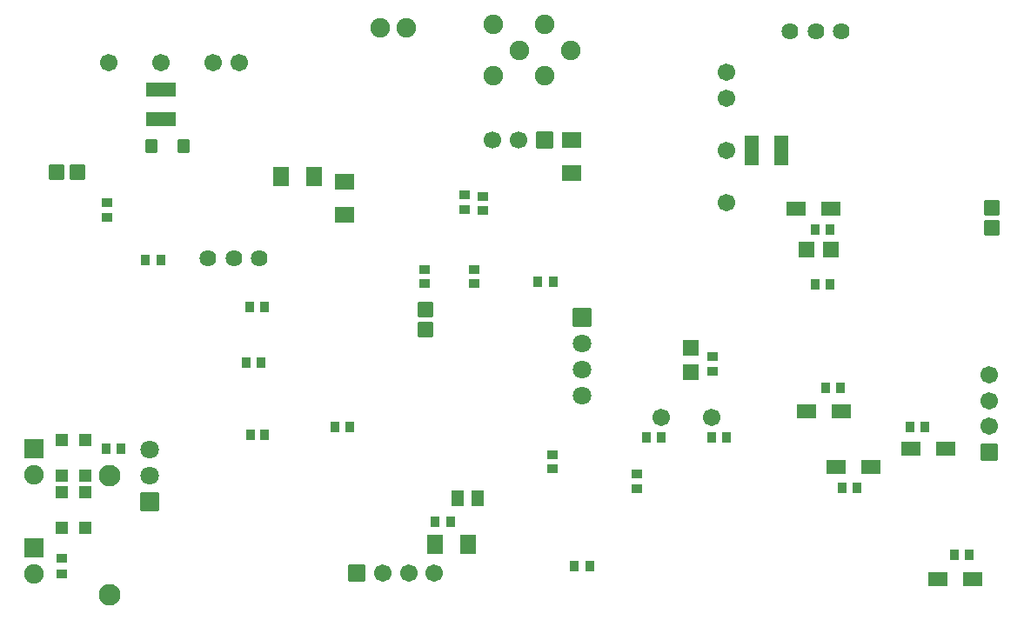
<source format=gbs>
G04 Layer: BottomSolderMaskLayer*
G04 EasyEDA Pro v2.2.42.2, 2025-09-26 15:24:21*
G04 Gerber Generator version 0.3*
G04 Scale: 100 percent, Rotated: No, Reflected: No*
G04 Dimensions in millimeters*
G04 Leading zeros omitted, absolute positions, 4 integers and 5 decimals*
G04 Generated by one-click*
%FSLAX45Y45*%
%MOMM*%
%AMRoundRect*1,1,$1,$2,$3*1,1,$1,$4,$5*1,1,$1,0-$2,0-$3*1,1,$1,0-$4,0-$5*20,1,$1,$2,$3,$4,$5,0*20,1,$1,$4,$5,0-$2,0-$3,0*20,1,$1,0-$2,0-$3,0-$4,0-$5,0*20,1,$1,0-$4,0-$5,$2,$3,0*4,1,4,$2,$3,$4,$5,0-$2,0-$3,0-$4,0-$5,$2,$3,0*%
%ADD10RoundRect,0.09131X-0.40514X0.45514X0.40514X0.45514*%
%ADD11RoundRect,0.09131X-0.45514X-0.40514X-0.45514X0.40514*%
%ADD12RoundRect,0.09495X-0.67833X-0.70833X-0.67833X0.70833*%
%ADD13RoundRect,0.09549X-0.86705X-0.74556X-0.86705X0.74556*%
%ADD14RoundRect,0.09471X-0.88219X0.65145X0.88219X0.65145*%
%ADD15RoundRect,0.09499X-0.7533X0.68275X0.7533X0.68275*%
%ADD16RoundRect,0.09499X-0.68275X-0.7533X-0.68275X0.7533*%
%ADD17RoundRect,0.1049X-0.9025X-0.9025X-0.9025X0.9025*%
%ADD18RoundRect,0.09502X-0.9025X-0.9025X-0.9025X0.9025*%
%ADD19C,1.90002*%
%ADD20RoundRect,0.09302X-0.50429X0.60429X0.50429X0.60429*%
%ADD21C,2.1016*%
%ADD22RoundRect,0.09302X-0.50429X-0.55429X-0.50429X0.55429*%
%ADD23RoundRect,0.09618X-0.85271X-0.85271X-0.85271X0.85271*%
%ADD24C,1.8016*%
%ADD25RoundRect,0.09138X-0.40835X0.43711X0.40835X0.43711*%
%ADD26RoundRect,0.09138X-0.43711X-0.40835X-0.43711X0.40835*%
%ADD27C,1.6256*%
%ADD28RoundRect,0.09447X-0.80278X0.80278X0.80278X0.80278*%
%ADD29C,1.70002*%
%ADD30C,1.7016*%
%ADD31RoundRect,0.09562X-0.80299X-0.76499X-0.80299X0.76499*%
%ADD32RoundRect,0.09549X-0.74556X0.86705X0.74556X0.86705*%
%ADD33RoundRect,0.09387X-0.57013X0.69237X0.57013X0.69237*%
%ADD34RoundRect,0.09465X-0.64474X1.40747X0.64474X1.40747*%
%ADD35RoundRect,0.09465X-1.40747X-0.64474X-1.40747X0.64474*%
%ADD36RoundRect,0.09495X-0.70833X0.67833X0.70833X0.67833*%
%ADD37RoundRect,0.09562X-0.76499X0.80299X0.76499X0.80299*%
%ADD38C,1.9016*%
G75*


G04 Pad Start*
G54D10*
G01X3333598Y-4419600D03*
G01X3473602Y-4419600D03*
G54D11*
G01X4203700Y-3029102D03*
G01X4203700Y-2889098D03*
G01X4686300Y-2889098D03*
G01X4686300Y-3029102D03*
G01X4775200Y-2317902D03*
G01X4775200Y-2177898D03*
G54D12*
G01X4216400Y-3478200D03*
G01X4216400Y-3278200D03*
G54D13*
G01X5638800Y-1631442D03*
G01X5638800Y-1949958D03*
G54D11*
G01X1117600Y-2241398D03*
G01X1117600Y-2381402D03*
G54D10*
G01X7003898Y-4521200D03*
G01X7143902Y-4521200D03*
G01X6368898Y-4521200D03*
G01X6508902Y-4521200D03*
G01X8147202Y-2501900D03*
G01X8007198Y-2501900D03*
G01X8007198Y-3035300D03*
G01X8147202Y-3035300D03*
G01X8248802Y-4038600D03*
G01X8108798Y-4038600D03*
G01X8273898Y-5016500D03*
G01X8413902Y-5016500D03*
G54D14*
G01X8213369Y-4813300D03*
G01X8550631Y-4813300D03*
G01X8258531Y-4267200D03*
G01X7921269Y-4267200D03*
G01X8156931Y-2298700D03*
G01X7819669Y-2298700D03*
G54D11*
G01X7010400Y-3880002D03*
G01X7010400Y-3739998D03*
G54D15*
G01X8159090Y-2692400D03*
G01X7919110Y-2692400D03*
G54D16*
G01X6794500Y-3891890D03*
G01X6794500Y-3651910D03*
G54D11*
G01X6273800Y-5023002D03*
G01X6273800Y-4882998D03*
G01X5448300Y-4832502D03*
G01X5448300Y-4692498D03*
G54D10*
G01X1111098Y-4635500D03*
G01X1251102Y-4635500D03*
G01X2649652Y-4495259D03*
G01X2509647Y-4495259D03*
G01X2469998Y-3797300D03*
G01X2610002Y-3797300D03*
G01X2506548Y-3251741D03*
G01X2646553Y-3251741D03*
G54D18*
G01X406400Y-4637507D03*
G54D19*
G01X406400Y-4887493D03*
G54D18*
G01X406400Y-5602707D03*
G54D19*
G01X406400Y-5852693D03*
G54D20*
G01X1546809Y-1689100D03*
G01X1856791Y-1689100D03*
G54D21*
G01X1143000Y-4893691D03*
G01X1143000Y-6053709D03*
G54D22*
G01X901700Y-5058905D03*
G01X901700Y-5405895D03*
G01X673100Y-5405895D03*
G01X673100Y-5058905D03*
G01X673100Y-4550905D03*
G01X673100Y-4897895D03*
G01X901700Y-4897895D03*
G01X901700Y-4550905D03*
G54D23*
G01X1529406Y-5154381D03*
G54D24*
G01X1529406Y-4900381D03*
G01X1529406Y-4646381D03*
G54D25*
G01X5309464Y-3009900D03*
G01X5460136Y-3009900D03*
G54D26*
G01X4597400Y-2159864D03*
G01X4597400Y-2310536D03*
G54D27*
G01X8013687Y-571500D03*
G01X8263700Y-571500D03*
G01X7763701Y-571500D03*
G01X2349487Y-2781300D03*
G01X2599500Y-2781300D03*
G01X2099501Y-2781300D03*
G54D25*
G01X5815736Y-5778500D03*
G01X5665064Y-5778500D03*
G54D26*
G01X673100Y-5853836D03*
G01X673100Y-5703164D03*
G54D19*
G01X4874966Y-503131D03*
G01X5374965Y-503131D03*
G01X5124978Y-753118D03*
G01X5624977Y-753118D03*
G01X4874966Y-1003130D03*
G01X5374965Y-1003130D03*
G54D28*
G01X5372100Y-1625600D03*
G54D29*
G01X5118100Y-1625600D03*
G01X4864100Y-1625600D03*
G54D30*
G01X7146280Y-969340D03*
G01X7146280Y-1223340D03*
G01X7146280Y-1731340D03*
G01X7146280Y-2239340D03*
G01X2400300Y-876300D03*
G01X2146300Y-876300D03*
G01X1638300Y-876300D03*
G01X1130300Y-876300D03*
G01X9702800Y-3917594D03*
G01X9702800Y-4167607D03*
G01X9702800Y-4417593D03*
G54D31*
G01X9702800Y-4667606D03*
G54D13*
G01X3429000Y-2356358D03*
G01X3429000Y-2037842D03*
G54D32*
G01X3131058Y-1981200D03*
G01X2812542Y-1981200D03*
G54D23*
G01X5740400Y-3352800D03*
G54D24*
G01X5740400Y-3606800D03*
G01X5740400Y-3860800D03*
G01X5740400Y-4114800D03*
G54D32*
G01X4311142Y-5562600D03*
G01X4629658Y-5562600D03*
G54D33*
G01X4719422Y-5118100D03*
G01X4526178Y-5118100D03*
G54D25*
G01X4306164Y-5346700D03*
G01X4456836Y-5346700D03*
G54D34*
G01X7675220Y-1727200D03*
G01X7386980Y-1727200D03*
G54D35*
G01X1638300Y-1426820D03*
G01X1638300Y-1138580D03*
G54D12*
G01X9728200Y-2487600D03*
G01X9728200Y-2287600D03*
G54D36*
G01X823900Y-1943100D03*
G01X623900Y-1943100D03*
G54D25*
G01X1637436Y-2794000D03*
G01X1486764Y-2794000D03*
G54D14*
G01X8937269Y-4635500D03*
G01X9274531Y-4635500D03*
G54D10*
G01X8934298Y-4419600D03*
G01X9074302Y-4419600D03*
G54D30*
G01X4299306Y-5842000D03*
G01X4049293Y-5842000D03*
G01X3799307Y-5842000D03*
G54D37*
G01X3549294Y-5842000D03*
G54D38*
G01X3773805Y-533400D03*
G01X4023995Y-533400D03*
G54D30*
G01X7001408Y-4330700D03*
G01X6511392Y-4330700D03*
G54D14*
G01X9541231Y-5905500D03*
G01X9203969Y-5905500D03*
G54D10*
G01X9506102Y-5664200D03*
G01X9366098Y-5664200D03*
G04 Pad End*

M02*


</source>
